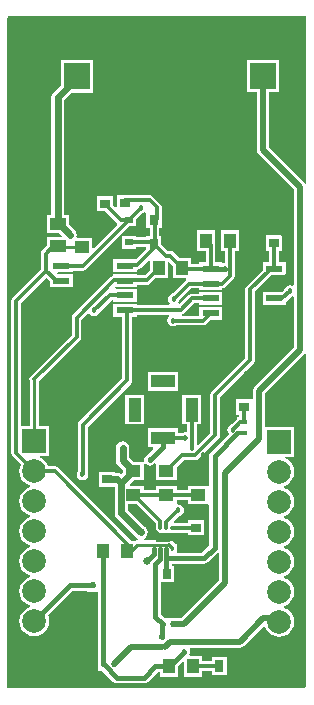
<source format=gtl>
G04*
G04 #@! TF.GenerationSoftware,Altium Limited,Altium Designer,18.1.5 (160)*
G04*
G04 Layer_Physical_Order=1*
G04 Layer_Color=255*
%FSLAX25Y25*%
%MOIN*%
G70*
G01*
G75*
%ADD17R,0.01575X0.02362*%
%ADD18R,0.05709X0.02362*%
%ADD19R,0.03347X0.03150*%
%ADD20R,0.03937X0.04921*%
%ADD21R,0.05315X0.03858*%
%ADD22R,0.03150X0.03937*%
%ADD23R,0.02362X0.01575*%
%ADD24R,0.04331X0.07874*%
%ADD25R,0.07874X0.04331*%
%ADD26R,0.04724X0.02441*%
%ADD27R,0.01063X0.01457*%
%ADD28R,0.04921X0.03937*%
%ADD29R,0.02559X0.02165*%
%ADD30R,0.03150X0.03347*%
%ADD51C,0.01181*%
%ADD52C,0.01575*%
%ADD53C,0.01968*%
%ADD54C,0.01000*%
%ADD55C,0.02362*%
%ADD56C,0.01772*%
%ADD57R,0.08858X0.08858*%
%ADD58C,0.08858*%
%ADD59C,0.07874*%
%ADD60R,0.07874X0.07874*%
%ADD61C,0.01800*%
%ADD62C,0.02559*%
G36*
X99410Y-55594D02*
X98909Y-55746D01*
X98606Y-55292D01*
X86964Y-43650D01*
Y-25311D01*
X90370D01*
Y-14453D01*
X79512D01*
Y-25311D01*
X82918D01*
Y-44488D01*
X83072Y-45262D01*
X83510Y-45919D01*
X95152Y-57561D01*
Y-89558D01*
X94712Y-89794D01*
X94639Y-89746D01*
X93898Y-89598D01*
X93156Y-89746D01*
X92528Y-90166D01*
X92108Y-90794D01*
X92049Y-91091D01*
X91348Y-91791D01*
X84886D01*
Y-96153D01*
X92594D01*
Y-95128D01*
X92607Y-95119D01*
X94342Y-93384D01*
X94639Y-93325D01*
X94712Y-93277D01*
X95152Y-93512D01*
Y-110451D01*
X82329Y-123274D01*
X81891Y-123931D01*
X81737Y-124705D01*
Y-127234D01*
X81378Y-127575D01*
X76032D01*
Y-132724D01*
X76922D01*
Y-133547D01*
X76362D01*
Y-134156D01*
X76314Y-134188D01*
X74555Y-135947D01*
X74259Y-136005D01*
X73630Y-136425D01*
X73210Y-137054D01*
X73063Y-137795D01*
X73210Y-138537D01*
X73584Y-139095D01*
X67609Y-145070D01*
X67214Y-145661D01*
X67075Y-146358D01*
X67075Y-146358D01*
Y-156300D01*
X66760Y-156669D01*
X66575Y-156669D01*
X59839D01*
Y-157859D01*
X56165D01*
Y-156512D01*
X49244D01*
Y-157859D01*
X45271D01*
Y-156512D01*
X40703D01*
X40512Y-156050D01*
X41987Y-154575D01*
X45271D01*
Y-149201D01*
X45771Y-149050D01*
X45874Y-149205D01*
X46503Y-149624D01*
X47244Y-149772D01*
X47985Y-149624D01*
X48614Y-149205D01*
X48744Y-149010D01*
X49244Y-149161D01*
Y-154575D01*
X56165D01*
Y-150439D01*
X58784Y-147821D01*
X62411D01*
X63032Y-147697D01*
X63558Y-147346D01*
X70190Y-140714D01*
X70542Y-140188D01*
X70665Y-139567D01*
Y-126704D01*
X81855Y-115514D01*
X82207Y-114988D01*
X82330Y-114367D01*
Y-91598D01*
X87617Y-86311D01*
X92594D01*
Y-81949D01*
X90326D01*
Y-78134D01*
X91378D01*
Y-72984D01*
X86032D01*
Y-78134D01*
X87083D01*
Y-81949D01*
X84886D01*
Y-84455D01*
X79562Y-89779D01*
X79210Y-90305D01*
X79087Y-90926D01*
Y-113695D01*
X67897Y-124885D01*
X67545Y-125411D01*
X67422Y-126032D01*
Y-138895D01*
X63589Y-142729D01*
X63467Y-142746D01*
X63039Y-142539D01*
Y-135992D01*
X64319D01*
Y-126118D01*
X57988D01*
Y-135992D01*
X59796D01*
Y-138310D01*
X59409Y-138627D01*
X59106Y-138567D01*
X58365Y-138714D01*
X58113Y-138882D01*
X56642D01*
Y-137339D01*
X46768D01*
Y-143669D01*
X48179D01*
X48370Y-144131D01*
X46363Y-146138D01*
X45874Y-146465D01*
X45454Y-147093D01*
X45307Y-147835D01*
X45376Y-148181D01*
X44957Y-148638D01*
X41987D01*
X40413Y-147064D01*
Y-143799D01*
X40244Y-142948D01*
X39761Y-142227D01*
X39040Y-141745D01*
X38189Y-141575D01*
X37338Y-141745D01*
X36617Y-142227D01*
X36134Y-142948D01*
X35965Y-143799D01*
Y-147985D01*
X35965Y-147985D01*
X36134Y-148836D01*
X36617Y-149557D01*
X38350Y-151291D01*
Y-151922D01*
X37710Y-152561D01*
X37283Y-152276D01*
X36432Y-152107D01*
X36432Y-152107D01*
X35744D01*
Y-151756D01*
X30398D01*
Y-156905D01*
X35535D01*
Y-165515D01*
X35535Y-165515D01*
X35704Y-166366D01*
X36187Y-167087D01*
X42264Y-173164D01*
X42549Y-173592D01*
X43239Y-174053D01*
X43237Y-174303D01*
X43156Y-174553D01*
X43102D01*
X42517Y-174670D01*
X42194Y-174886D01*
X41278D01*
X16851Y-150460D01*
X16325Y-150108D01*
X15705Y-149985D01*
X13416D01*
X13057Y-149117D01*
X12265Y-148085D01*
X11234Y-147294D01*
X10629Y-147043D01*
X10729Y-146543D01*
X13681D01*
Y-136669D01*
X10273D01*
Y-121646D01*
X23981Y-107938D01*
X24333Y-107412D01*
X24456Y-106791D01*
Y-101164D01*
X26552Y-99068D01*
X27049Y-99117D01*
X27174Y-99303D01*
X27802Y-99723D01*
X28543Y-99870D01*
X29285Y-99723D01*
X29913Y-99303D01*
X30319Y-98695D01*
X34578Y-94437D01*
X35122D01*
Y-95193D01*
X42831D01*
Y-90831D01*
X36034D01*
X35767Y-90331D01*
X35806Y-90272D01*
X42831D01*
Y-89515D01*
X46161D01*
X46782Y-89392D01*
X47308Y-89040D01*
X49030Y-87319D01*
X53165D01*
Y-81953D01*
X53665Y-81746D01*
X55102Y-83183D01*
Y-87319D01*
X59286D01*
X59438Y-87819D01*
X59310Y-87905D01*
X54895Y-92320D01*
X54475Y-92403D01*
X53847Y-92823D01*
X53427Y-93452D01*
X53279Y-94193D01*
X53427Y-94934D01*
X53847Y-95563D01*
X53924Y-95614D01*
X53772Y-96114D01*
X42831D01*
Y-95752D01*
X35122D01*
Y-100114D01*
X38118D01*
Y-120612D01*
X23755Y-134975D01*
X23403Y-135502D01*
X23280Y-136122D01*
Y-151517D01*
X23013Y-151916D01*
X22866Y-152657D01*
X23013Y-153399D01*
X23433Y-154027D01*
X24062Y-154447D01*
X24803Y-154595D01*
X25545Y-154447D01*
X26173Y-154027D01*
X26593Y-153399D01*
X26740Y-152657D01*
X26593Y-151916D01*
X26523Y-151812D01*
Y-136794D01*
X40887Y-122430D01*
X41238Y-121904D01*
X41362Y-121283D01*
Y-100114D01*
X42831D01*
Y-99358D01*
X53723D01*
X53875Y-99858D01*
X53650Y-100008D01*
X53230Y-100637D01*
X53083Y-101378D01*
X53230Y-102119D01*
X53650Y-102748D01*
X54278Y-103168D01*
X55020Y-103315D01*
X55761Y-103168D01*
X56012Y-103000D01*
X64996D01*
X65617Y-102876D01*
X66143Y-102525D01*
X67593Y-101075D01*
X71335D01*
Y-96713D01*
X63626D01*
Y-99756D01*
X58088D01*
X58039Y-99256D01*
X58148Y-99234D01*
X58674Y-98883D01*
X61963Y-95594D01*
X63626D01*
Y-96153D01*
X71335D01*
Y-91791D01*
X63626D01*
Y-92351D01*
X61291D01*
X60671Y-92474D01*
X60145Y-92826D01*
X57107Y-95863D01*
X57004Y-95838D01*
X56784Y-95267D01*
X57006Y-94934D01*
X57041Y-94761D01*
X61128Y-90673D01*
X63626D01*
Y-91232D01*
X71335D01*
Y-90663D01*
X71904Y-90549D01*
X72430Y-90198D01*
X75064Y-87564D01*
X75416Y-87038D01*
X75539Y-86417D01*
Y-78264D01*
X76886D01*
Y-71342D01*
X70949D01*
Y-78264D01*
X72296D01*
Y-82093D01*
X72146Y-82216D01*
X72073Y-82231D01*
X71335D01*
Y-81949D01*
X69102D01*
Y-76240D01*
X69012Y-75787D01*
Y-71342D01*
X63075D01*
Y-78264D01*
X65859D01*
Y-81949D01*
X63626D01*
Y-82508D01*
X61039D01*
Y-80398D01*
X56904D01*
X55166Y-78660D01*
X54640Y-78309D01*
X54020Y-78185D01*
X53199D01*
X51098Y-76085D01*
Y-73130D01*
X50451D01*
Y-70488D01*
X51197D01*
Y-67588D01*
X51228Y-67431D01*
Y-63583D01*
X51105Y-62962D01*
X50753Y-62436D01*
X48459Y-60142D01*
X47933Y-59791D01*
X47313Y-59667D01*
X41551D01*
Y-59630D01*
X36205D01*
Y-63475D01*
X35743Y-63666D01*
X34858Y-62781D01*
Y-59827D01*
X29512D01*
Y-64976D01*
X32466D01*
X36280Y-68790D01*
X36356Y-69422D01*
X28479Y-77299D01*
X28016Y-77108D01*
Y-73776D01*
X23154D01*
X22786Y-73276D01*
X22893Y-72736D01*
X22724Y-71885D01*
X22242Y-71164D01*
X20291Y-69213D01*
Y-66284D01*
X18759D01*
Y-27890D01*
X21239Y-25409D01*
X28441D01*
Y-14551D01*
X17583D01*
Y-22776D01*
X14963Y-25396D01*
X14481Y-26118D01*
X14312Y-26969D01*
X14312Y-26969D01*
Y-66284D01*
X12976D01*
Y-72142D01*
X16930D01*
X17972Y-73184D01*
X17781Y-73646D01*
X12976D01*
Y-76364D01*
X11452Y-77889D01*
X11100Y-78415D01*
X10977Y-79036D01*
Y-84072D01*
X1511Y-93538D01*
X1159Y-94064D01*
X1036Y-94685D01*
Y-145520D01*
X1159Y-146140D01*
X1511Y-146666D01*
X4294Y-149449D01*
X3934Y-150318D01*
X3765Y-151606D01*
X3934Y-152895D01*
X4432Y-154096D01*
X5223Y-155127D01*
X6254Y-155919D01*
X7261Y-156336D01*
Y-156877D01*
X6254Y-157294D01*
X5223Y-158085D01*
X4432Y-159116D01*
X3934Y-160318D01*
X3765Y-161606D01*
X3934Y-162895D01*
X4432Y-164096D01*
X5223Y-165127D01*
X6254Y-165919D01*
X7261Y-166336D01*
Y-166877D01*
X6254Y-167294D01*
X5223Y-168085D01*
X4432Y-169116D01*
X3934Y-170317D01*
X3765Y-171606D01*
X3934Y-172895D01*
X4432Y-174096D01*
X5223Y-175127D01*
X6254Y-175919D01*
X7261Y-176336D01*
Y-176877D01*
X6254Y-177294D01*
X5223Y-178085D01*
X4432Y-179116D01*
X3934Y-180317D01*
X3765Y-181606D01*
X3934Y-182895D01*
X4432Y-184096D01*
X5223Y-185127D01*
X6254Y-185919D01*
X7261Y-186336D01*
Y-186877D01*
X6254Y-187294D01*
X5223Y-188085D01*
X4432Y-189117D01*
X3934Y-190317D01*
X3765Y-191606D01*
X3934Y-192895D01*
X4432Y-194096D01*
X5223Y-195127D01*
X6254Y-195919D01*
X7261Y-196336D01*
Y-196877D01*
X6254Y-197294D01*
X5223Y-198085D01*
X4432Y-199117D01*
X3934Y-200318D01*
X3765Y-201606D01*
X3934Y-202895D01*
X4432Y-204096D01*
X5223Y-205127D01*
X6254Y-205919D01*
X7455Y-206416D01*
X8744Y-206586D01*
X10033Y-206416D01*
X11234Y-205919D01*
X12265Y-205127D01*
X13057Y-204096D01*
X13554Y-202895D01*
X13724Y-201606D01*
X13554Y-200318D01*
X13278Y-199650D01*
X21440Y-191488D01*
X26362D01*
Y-191847D01*
X29969D01*
Y-215846D01*
X29978Y-215891D01*
X29967Y-215945D01*
X30102Y-216625D01*
Y-218126D01*
X31352D01*
X34959Y-221734D01*
X35583Y-222150D01*
X36319Y-222297D01*
X45276D01*
X46011Y-222150D01*
X46635Y-221734D01*
X49840Y-218529D01*
X50799D01*
Y-220067D01*
X56736D01*
Y-216456D01*
X58211Y-214980D01*
X58673Y-215172D01*
Y-220067D01*
X64610D01*
Y-218228D01*
X67882D01*
Y-219575D01*
X73032D01*
Y-213638D01*
X67882D01*
Y-214985D01*
X64610D01*
Y-213146D01*
X60689D01*
X60422Y-212646D01*
X60550Y-212454D01*
X60697Y-211713D01*
X60550Y-210971D01*
X60455Y-210830D01*
X60691Y-210389D01*
X77362D01*
X78136Y-210235D01*
X78793Y-209797D01*
X85215Y-203374D01*
X85805Y-203491D01*
X86140Y-204301D01*
X86932Y-205332D01*
X87963Y-206123D01*
X89164Y-206621D01*
X90453Y-206791D01*
X91742Y-206621D01*
X92943Y-206123D01*
X93974Y-205332D01*
X94765Y-204301D01*
X95263Y-203100D01*
X95432Y-201811D01*
X95263Y-200522D01*
X94765Y-199321D01*
X93974Y-198290D01*
X92943Y-197499D01*
X91936Y-197082D01*
Y-196540D01*
X92943Y-196124D01*
X93974Y-195332D01*
X94765Y-194301D01*
X95263Y-193100D01*
X95432Y-191811D01*
X95263Y-190522D01*
X94765Y-189321D01*
X93974Y-188290D01*
X92943Y-187499D01*
X91936Y-187082D01*
Y-186540D01*
X92943Y-186124D01*
X93974Y-185332D01*
X94765Y-184301D01*
X95263Y-183100D01*
X95432Y-181811D01*
X95263Y-180522D01*
X94765Y-179321D01*
X93974Y-178290D01*
X92943Y-177499D01*
X91936Y-177082D01*
Y-176540D01*
X92943Y-176123D01*
X93974Y-175332D01*
X94765Y-174301D01*
X95263Y-173100D01*
X95432Y-171811D01*
X95263Y-170522D01*
X94765Y-169321D01*
X93974Y-168290D01*
X92943Y-167499D01*
X91936Y-167082D01*
Y-166540D01*
X92943Y-166123D01*
X93974Y-165332D01*
X94765Y-164301D01*
X95263Y-163100D01*
X95432Y-161811D01*
X95263Y-160522D01*
X94765Y-159321D01*
X93974Y-158290D01*
X92943Y-157499D01*
X91936Y-157082D01*
Y-156540D01*
X92943Y-156123D01*
X93974Y-155332D01*
X94765Y-154301D01*
X95263Y-153100D01*
X95432Y-151811D01*
X95263Y-150522D01*
X94765Y-149321D01*
X93974Y-148290D01*
X92943Y-147499D01*
X92338Y-147248D01*
X92437Y-146748D01*
X95390D01*
Y-136874D01*
X85783D01*
Y-125543D01*
X98606Y-112720D01*
X98909Y-112266D01*
X99410Y-112417D01*
Y-223130D01*
X98622Y-223917D01*
X-197D01*
Y-394D01*
X-98Y-295D01*
X0Y0D01*
X99410D01*
Y-55594D01*
D02*
G37*
G36*
X45941Y-65365D02*
X46047Y-65447D01*
Y-70488D01*
X47207D01*
Y-73130D01*
X45949D01*
Y-73674D01*
X42535D01*
Y-73213D01*
X37976D01*
Y-77378D01*
X42535D01*
Y-76917D01*
X45949D01*
Y-77596D01*
X42557Y-80988D01*
X35122D01*
Y-85350D01*
X42831D01*
Y-84397D01*
X43063D01*
X43684Y-84274D01*
X44210Y-83922D01*
X46766Y-81366D01*
X47228Y-81557D01*
Y-84533D01*
X45490Y-86272D01*
X42831D01*
Y-85909D01*
X35122D01*
Y-86334D01*
X34813Y-86396D01*
X34286Y-86747D01*
X21688Y-99345D01*
X21336Y-99871D01*
X21213Y-100492D01*
Y-106120D01*
X7597Y-119735D01*
X7246Y-120261D01*
X7122Y-120882D01*
X7215Y-121346D01*
Y-136669D01*
X4279D01*
Y-95357D01*
X12598Y-87037D01*
X13862Y-88301D01*
Y-90272D01*
X21571D01*
Y-85909D01*
X16461D01*
X16422Y-85850D01*
X16689Y-85350D01*
X21571D01*
Y-84791D01*
X24902D01*
X25522Y-84668D01*
X26048Y-84316D01*
X40467Y-69898D01*
X42535D01*
Y-67829D01*
X44736Y-65628D01*
X45033Y-65569D01*
X45547Y-65225D01*
X45941Y-65365D01*
D02*
G37*
G36*
X59839Y-162606D02*
X66575D01*
X66760Y-162606D01*
X67075Y-162976D01*
Y-176312D01*
X64603Y-178784D01*
X56234D01*
Y-177511D01*
X56326Y-177047D01*
X56234Y-176584D01*
Y-175878D01*
X55829D01*
X54887Y-174936D01*
X54361Y-174584D01*
X53740Y-174461D01*
X53276Y-174553D01*
X45230D01*
X45149Y-174303D01*
X45146Y-174053D01*
X45836Y-173592D01*
X46340Y-172838D01*
X46517Y-171949D01*
X46340Y-171059D01*
X45836Y-170305D01*
X45409Y-170020D01*
X39983Y-164594D01*
Y-162449D01*
X42636D01*
X49144Y-168957D01*
Y-170519D01*
X49234Y-170973D01*
Y-172248D01*
X56234D01*
Y-172141D01*
X60122D01*
Y-172949D01*
X65469D01*
Y-167799D01*
X60122D01*
Y-168898D01*
X56234D01*
Y-168791D01*
X55467D01*
X55275Y-168329D01*
X57149Y-166455D01*
X57446Y-166396D01*
X58074Y-165976D01*
X58495Y-165348D01*
X58642Y-164606D01*
X58495Y-163865D01*
X58074Y-163236D01*
X57446Y-162817D01*
X56705Y-162669D01*
X56562Y-162697D01*
X56165Y-162267D01*
Y-161102D01*
X59839D01*
Y-162606D01*
D02*
G37*
G36*
X70319Y-178930D02*
Y-187942D01*
X57678Y-200583D01*
X56807D01*
Y-200425D01*
X52038D01*
X50937Y-199324D01*
Y-188598D01*
X55429D01*
Y-183252D01*
X54559D01*
Y-182429D01*
X65358D01*
X65358Y-182429D01*
X66056Y-182290D01*
X66647Y-181895D01*
X69819Y-178723D01*
X70319Y-178930D01*
D02*
G37*
%LPC*%
G36*
X56642Y-118441D02*
X46768D01*
Y-124772D01*
X56642D01*
Y-118441D01*
D02*
G37*
G36*
X45421Y-126118D02*
X39091D01*
Y-135992D01*
X45421D01*
Y-126118D01*
D02*
G37*
%LPD*%
D17*
X31693Y-189665D02*
D03*
X28150D02*
D03*
X35433Y-215945D02*
D03*
X31890D02*
D03*
X55020Y-202606D02*
D03*
X51476D02*
D03*
D18*
X67480Y-84130D02*
D03*
Y-89051D02*
D03*
Y-93972D02*
D03*
Y-98894D02*
D03*
X88740Y-84130D02*
D03*
Y-93972D02*
D03*
Y-98894D02*
D03*
Y-89051D02*
D03*
X38976Y-88090D02*
D03*
Y-97933D02*
D03*
Y-93012D02*
D03*
Y-83169D02*
D03*
X17717Y-97933D02*
D03*
Y-93012D02*
D03*
Y-88090D02*
D03*
Y-83169D02*
D03*
D19*
X88705Y-75559D02*
D03*
Y-69653D02*
D03*
X33071Y-154331D02*
D03*
Y-160236D02*
D03*
X62795Y-170374D02*
D03*
Y-176279D02*
D03*
X38878Y-56299D02*
D03*
Y-62205D02*
D03*
X32185Y-56496D02*
D03*
Y-62402D02*
D03*
X78705Y-124244D02*
D03*
Y-130150D02*
D03*
D20*
X39567Y-178347D02*
D03*
X31693D02*
D03*
X61642Y-216606D02*
D03*
X53768D02*
D03*
X50197Y-83858D02*
D03*
X58071D02*
D03*
X66043Y-74803D02*
D03*
X73917D02*
D03*
D21*
X16634Y-76575D02*
D03*
Y-69213D02*
D03*
D22*
X76953Y-216606D02*
D03*
X70457D02*
D03*
D23*
X51378Y-206693D02*
D03*
Y-210236D02*
D03*
X78543Y-138878D02*
D03*
Y-135335D02*
D03*
D24*
X42256Y-131055D02*
D03*
X61154D02*
D03*
D25*
X51705Y-121606D02*
D03*
Y-140504D02*
D03*
D26*
X51750Y-174063D02*
D03*
D27*
X50766Y-177606D02*
D03*
X52734D02*
D03*
X54703D02*
D03*
X48797D02*
D03*
Y-170519D02*
D03*
X52734D02*
D03*
X54703D02*
D03*
X50766D02*
D03*
D28*
X41810Y-159480D02*
D03*
Y-151606D02*
D03*
X52705D02*
D03*
Y-159480D02*
D03*
X63299Y-151764D02*
D03*
Y-159638D02*
D03*
X24556Y-68870D02*
D03*
Y-76744D02*
D03*
D29*
X40256Y-75295D02*
D03*
Y-67815D02*
D03*
X30748Y-71555D02*
D03*
D30*
X48524Y-75803D02*
D03*
X54429D02*
D03*
X48622Y-67815D02*
D03*
X54528D02*
D03*
X58760Y-185925D02*
D03*
X52854D02*
D03*
D51*
X11516Y-93012D02*
X17717D01*
X62205Y-175689D02*
X62894Y-175000D01*
X62205Y-175689D02*
X62795Y-176279D01*
X60579Y-174063D02*
X62205Y-175689D01*
X51750Y-174063D02*
X60579D01*
X48797Y-171110D02*
Y-170519D01*
Y-171110D02*
X51750Y-174063D01*
X65847Y-185925D02*
X66142Y-185630D01*
X58760Y-185925D02*
X65847D01*
X62894Y-175000D02*
X65650D01*
X53740Y-176083D02*
X54705Y-177047D01*
X79429Y-124213D02*
Y-119095D01*
X55315Y-75984D02*
X60433D01*
X30610Y-71850D02*
Y-66732D01*
X24606Y-68307D02*
Y-63189D01*
X32185Y-56496D02*
Y-51378D01*
X88705Y-70004D02*
Y-69653D01*
Y-70004D02*
X93185Y-74484D01*
Y-85970D02*
Y-74484D01*
X90217Y-88938D02*
X93185Y-85970D01*
X55216Y-68110D02*
X60335D01*
X88705Y-69653D02*
Y-64535D01*
X88740Y-104012D02*
Y-98894D01*
X8744Y-211606D02*
X15453D01*
Y-211598D01*
X20579Y-216724D01*
X76953Y-216606D02*
X81748Y-211811D01*
X90453D01*
X76953Y-216606D02*
Y-211488D01*
X46555Y-168277D02*
X48797Y-170519D01*
X33465Y-165748D02*
Y-160630D01*
X64941Y-151279D02*
Y-146161D01*
X50766Y-170519D02*
Y-168285D01*
X41961Y-159480D02*
X50766Y-168285D01*
X2657Y-94685D02*
X12598Y-84744D01*
X15846Y-87992D01*
X33906Y-92815D02*
X38583D01*
X28778Y-97943D02*
X33906Y-92815D01*
X48829Y-68209D02*
X49606Y-67431D01*
X38878Y-61289D02*
X47313D01*
X48917Y-183169D02*
Y-182776D01*
X49114Y-182579D01*
X41961Y-159480D02*
X52705D01*
X41810D02*
X41961D01*
X40453Y-177362D02*
Y-176354D01*
X15705Y-151606D02*
X40453Y-176354D01*
X48797Y-177606D02*
X48799Y-177587D01*
X47313Y-61289D02*
X49606Y-63583D01*
Y-67431D02*
Y-63583D01*
X38878Y-62205D02*
Y-61289D01*
X39740Y-121283D02*
Y-97736D01*
X57528D02*
X61291Y-93972D01*
X39740Y-97736D02*
X57528D01*
X39272Y-87894D02*
X46161D01*
X35433D02*
X39272D01*
X46161D02*
X50197Y-83858D01*
X22835Y-100492D02*
X35433Y-87894D01*
X48016Y-75295D02*
X48524Y-75803D01*
X40256Y-75295D02*
X48016D01*
X51378Y-202705D02*
X51476Y-202606D01*
X31791Y-215846D02*
X31890Y-215945D01*
X64996Y-101378D02*
X67480Y-98894D01*
X55020Y-101378D02*
X64996D01*
X42028Y-82776D02*
X43063D01*
X12598Y-79036D02*
X15059Y-76575D01*
X12598Y-84744D02*
Y-79036D01*
X24902Y-83169D02*
X40256Y-67815D01*
X19441Y-83169D02*
X24902D01*
X80709Y-90926D02*
X87146Y-84489D01*
X80709Y-114367D02*
Y-90926D01*
X69044Y-126032D02*
X80709Y-114367D01*
X54705Y-170520D02*
X62347D01*
X63299Y-152959D02*
Y-151764D01*
X67480Y-84130D02*
X67504Y-84153D01*
X53768Y-216606D02*
X53866D01*
X52528Y-79807D02*
X54020D01*
X58071Y-83858D01*
X48524Y-75803D02*
X52528Y-79807D01*
X43063Y-82776D02*
X48524Y-77315D01*
X58071Y-83858D02*
X58342Y-84130D01*
X67480D01*
X66043Y-74803D02*
X67480Y-76240D01*
Y-84130D02*
Y-76240D01*
X40256Y-67815D02*
X44291Y-63779D01*
X54429Y-75803D02*
X54528Y-75705D01*
X32185Y-56496D02*
X32382Y-56299D01*
X64842Y-19980D02*
X64941Y-19882D01*
X16634Y-69213D02*
X17146D01*
X91461Y-93972D02*
X93898Y-91535D01*
X88740Y-93972D02*
X91461D01*
X37598Y-67815D02*
X40256D01*
X32185Y-62402D02*
X37598Y-67815D01*
X75000Y-137795D02*
X77461Y-135335D01*
X78543D01*
X76378Y-138878D02*
X78543D01*
Y-130311D02*
X78705Y-130150D01*
X78543Y-135335D02*
Y-130311D01*
X59280Y-140504D02*
X59327Y-140551D01*
X59106Y-140504D02*
X59280D01*
X51705D02*
X59106D01*
X48524Y-77315D02*
Y-75803D01*
X48829Y-75498D01*
Y-68209D01*
X88705Y-84095D02*
Y-75559D01*
X69044Y-139567D02*
Y-126032D01*
X62411Y-146199D02*
X69044Y-139567D01*
X58112Y-146199D02*
X62411D01*
X52705Y-151606D02*
X58112Y-146199D01*
X55315Y-94193D02*
X60457Y-89051D01*
X67480D01*
X2657Y-145520D02*
Y-94685D01*
Y-145520D02*
X8744Y-151606D01*
Y-120882D02*
X22835Y-106791D01*
Y-100492D01*
X24902Y-152559D02*
Y-136122D01*
X39740Y-121283D01*
X73917Y-86417D02*
Y-74803D01*
X71284Y-89051D02*
X73917Y-86417D01*
X67480Y-89051D02*
X71284D01*
X61417Y-143799D02*
Y-131319D01*
X52736Y-168575D02*
X56705Y-164606D01*
X52736Y-170520D02*
Y-168575D01*
X61291Y-93972D02*
X67480D01*
X8744Y-151606D02*
X15705D01*
X52705Y-159480D02*
X63142D01*
X61642Y-216606D02*
X70457D01*
D52*
X68898Y-177067D02*
Y-146358D01*
X65358Y-180606D02*
X68898Y-177067D01*
X52736Y-180606D02*
X65358D01*
X46358Y-181595D02*
X48797Y-179156D01*
X31791Y-215846D02*
Y-179693D01*
X49114Y-200079D02*
X51673Y-202638D01*
X49114Y-200079D02*
Y-182579D01*
X51705Y-143374D02*
Y-140504D01*
X47244Y-147835D02*
X51705Y-143374D01*
X48797Y-179156D02*
Y-177606D01*
X51378Y-206693D02*
Y-202705D01*
X8744Y-201606D02*
X20685Y-189665D01*
X28248D01*
X68898Y-146358D02*
X76378Y-138878D01*
X49114Y-182579D02*
X50768Y-180925D01*
Y-177606D01*
X52736Y-180606D02*
Y-177606D01*
Y-185807D02*
Y-180606D01*
Y-185807D02*
X52854Y-185925D01*
D53*
X72342Y-188779D02*
Y-152264D01*
X58516Y-202606D02*
X72342Y-188779D01*
X97176Y-111289D02*
Y-56723D01*
X83760Y-124705D02*
X97176Y-111289D01*
X84941Y-44488D02*
X97176Y-56723D01*
X85122Y-200606D02*
X91705D01*
X52264Y-210039D02*
X53937Y-208366D01*
X77362D02*
X85122Y-200606D01*
X53937Y-208366D02*
X77362D01*
X35433Y-215945D02*
X41142Y-210236D01*
X51378D01*
X72342Y-152264D02*
X83760Y-140847D01*
X84941Y-44488D02*
Y-19882D01*
X83760Y-140847D02*
Y-124705D01*
X55020Y-202606D02*
X58516D01*
D54*
X16634Y-76744D02*
X24556D01*
X54705Y-177606D02*
Y-177047D01*
X43102Y-176083D02*
X53740D01*
X40748Y-178437D02*
X43102Y-176083D01*
X62347Y-170520D02*
X62705Y-170161D01*
X15059Y-76575D02*
X16634D01*
X88705Y-84095D02*
X88740Y-84130D01*
X55216Y-94193D02*
X55315D01*
X8744Y-141606D02*
Y-120882D01*
X24803Y-152657D02*
X24902Y-152559D01*
X61154Y-131055D02*
X61417Y-131319D01*
X63142Y-159480D02*
X63299Y-159638D01*
D55*
X17717Y-97933D02*
Y-93012D01*
Y-102756D02*
Y-97933D01*
X32382Y-56299D02*
X38878D01*
X43012Y-19980D02*
X64842D01*
X38878Y-56299D02*
X43012Y-52165D01*
Y-19980D01*
X37759Y-155657D02*
X41810Y-151606D01*
X36432Y-154331D02*
X37759Y-155657D01*
X33071Y-154331D02*
X36432D01*
X16535Y-26969D02*
X22539Y-20965D01*
X16535Y-69114D02*
Y-26969D01*
Y-69114D02*
X16634Y-69213D01*
X38189Y-147985D02*
X41810Y-151606D01*
X38189Y-147985D02*
Y-143799D01*
X17146Y-69213D02*
X20669Y-72736D01*
X37759Y-165515D02*
Y-155657D01*
Y-165515D02*
X44193Y-171949D01*
D56*
X31705Y-179606D02*
X31791Y-179693D01*
X31890Y-215945D02*
X36319Y-220374D01*
X45276D01*
X49043Y-216606D01*
X53768D01*
X67504Y-84153D02*
X72146D01*
X53866Y-216606D02*
X58760Y-211713D01*
D57*
X23012Y-19980D02*
D03*
X84941Y-19882D02*
D03*
D58*
X43012Y-19980D02*
D03*
X64941Y-19882D02*
D03*
D59*
X90453Y-211811D02*
D03*
Y-201811D02*
D03*
Y-191811D02*
D03*
Y-181811D02*
D03*
Y-171811D02*
D03*
Y-161811D02*
D03*
Y-151811D02*
D03*
X8744Y-211606D02*
D03*
Y-201606D02*
D03*
Y-191606D02*
D03*
Y-181606D02*
D03*
Y-171606D02*
D03*
Y-161606D02*
D03*
Y-151606D02*
D03*
D60*
X90453Y-141811D02*
D03*
X8744Y-141606D02*
D03*
D61*
X11516Y-93012D02*
D03*
X66142Y-185630D02*
D03*
X65650Y-175000D02*
D03*
X79429Y-119095D02*
D03*
X60433Y-75984D02*
D03*
X30610Y-66732D02*
D03*
X24606Y-63189D02*
D03*
X60335Y-68110D02*
D03*
X88705Y-64535D02*
D03*
X88740Y-104012D02*
D03*
X20579Y-216724D02*
D03*
X76953Y-211488D02*
D03*
X17717Y-102756D02*
D03*
X46555Y-168277D02*
D03*
X33465Y-165748D02*
D03*
X64941Y-146161D02*
D03*
X32185Y-51378D02*
D03*
X28543Y-97933D02*
D03*
X48917Y-183169D02*
D03*
X55020Y-101378D02*
D03*
X38189Y-143799D02*
D03*
X72146Y-84153D02*
D03*
X58760Y-211713D02*
D03*
X44291Y-63779D02*
D03*
X20669Y-72736D02*
D03*
X93898Y-91535D02*
D03*
X75000Y-137795D02*
D03*
X59106Y-140504D02*
D03*
X47244Y-147835D02*
D03*
X55216Y-94193D02*
D03*
X24803Y-152657D02*
D03*
X56705Y-164606D02*
D03*
X61417Y-143799D02*
D03*
D62*
X46358Y-181595D02*
D03*
X44193Y-171949D02*
D03*
M02*

</source>
